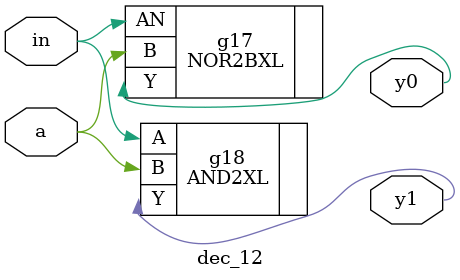
<source format=v>


// Verification Directory fv/dec_12 

module dec_12(a, in, y0, y1);
  input a, in;
  output y0, y1;
  wire a, in;
  wire y0, y1;
  NOR2BXL g17(.AN (in), .B (a), .Y (y0));
  AND2XL g18(.A (in), .B (a), .Y (y1));
endmodule


</source>
